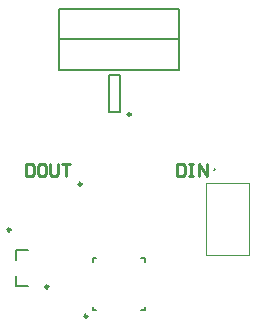
<source format=gto>
G04*
G04 #@! TF.GenerationSoftware,Altium Limited,Altium Designer,20.0.9 (164)*
G04*
G04 Layer_Color=65535*
%FSLAX25Y25*%
%MOIN*%
G70*
G01*
G75*
%ADD10C,0.00787*%
%ADD11C,0.00984*%
%ADD12C,0.00394*%
%ADD13C,0.01000*%
D10*
X31890Y4528D02*
G03*
X31890Y4134I0J-197D01*
G01*
X31762Y4181D02*
G03*
X31890Y4528I128J149D01*
G01*
D02*
G03*
X31890Y4134I0J-197D01*
G01*
X281Y23478D02*
Y36077D01*
X-3262Y23478D02*
Y36077D01*
Y23478D02*
X281Y23478D01*
X-3262Y36077D02*
X281Y36077D01*
X19961Y37731D02*
X19961Y47731D01*
X-20039Y37731D02*
X19961D01*
X-20039Y47731D02*
X-20039Y37731D01*
X19961Y47967D02*
X19961Y57967D01*
X-20039Y47967D02*
X19961D01*
X-20039Y57967D02*
X19961Y57967D01*
X-20039Y47967D02*
Y57967D01*
X8661Y-42520D02*
Y-41378D01*
X7520Y-42520D02*
X8661D01*
Y-26339D02*
Y-25197D01*
X7520D02*
X8661D01*
X-8661D02*
X-7520D01*
X-8661Y-26339D02*
Y-25197D01*
Y-42520D02*
Y-41378D01*
Y-42520D02*
X-7520D01*
X-34252Y-25689D02*
Y-22441D01*
X-30315Y-22441D01*
X-34252Y-31004D02*
X-34252Y-34252D01*
X-30315D01*
D11*
X3923Y22789D02*
G03*
X3923Y22789I-492J0D01*
G01*
X-12453Y-418D02*
G03*
X-12453Y-418I-492J0D01*
G01*
X-36122Y-15650D02*
G03*
X-36122Y-15650I-492J0D01*
G01*
X-10531Y-44488D02*
G03*
X-10531Y-44488I-492J0D01*
G01*
X-23524Y-34646D02*
G03*
X-23524Y-34646I-492J0D01*
G01*
D12*
X43504Y-24213D02*
X43504Y-197D01*
X28937Y-24213D02*
X43504Y-24213D01*
X28937Y-24213D02*
X28937Y-197D01*
X43504Y-197D01*
D13*
X-30890Y6117D02*
Y2181D01*
X-28922D01*
X-28266Y2837D01*
Y5461D01*
X-28922Y6117D01*
X-30890D01*
X-24986D02*
X-26298D01*
X-26954Y5461D01*
Y2837D01*
X-26298Y2181D01*
X-24986D01*
X-24330Y2837D01*
Y5461D01*
X-24986Y6117D01*
X-23018D02*
Y2837D01*
X-22362Y2181D01*
X-21050D01*
X-20394Y2837D01*
Y6117D01*
X-19083D02*
X-16459D01*
X-17771D01*
Y2181D01*
X19504Y6117D02*
Y2181D01*
X21472D01*
X22128Y2837D01*
Y5461D01*
X21472Y6117D01*
X19504D01*
X23440D02*
X24752D01*
X24096D01*
Y2181D01*
X23440D01*
X24752D01*
X26719D02*
Y6117D01*
X29343Y2181D01*
Y6117D01*
M02*

</source>
